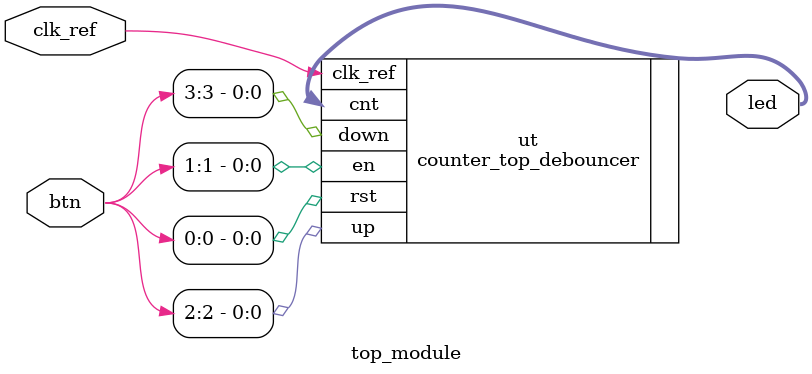
<source format=v>
`timescale 1ns / 1ps

module top_module(
    input   wire clk_ref,     // ±âÁØ Å¬·° ÀÔ·Â
    input   wire [3:0] btn,   // 4ºñÆ® ¹öÆ° ÀÔ·Â
    output  wire [3:0] led    // 4ºñÆ® LED Ãâ·Â
    );

    // counter_top_debouncer ¸ðµâ ÀÎ½ºÅÏ½ºÈ­
    counter_top_debouncer ut(
        .clk_ref(clk_ref),    // ±âÁØ Å¬·°À» ¸ðµâ¿¡ ¿¬°á
        .rst(btn[0]),         // ¹öÆ° 0À» ¸®¼Â ½ÅÈ£·Î »ç¿ë
        .en(btn[1]),          // ¹öÆ° 1À» Ä«¿îÅÍ È°¼ºÈ­ ½ÅÈ£·Î »ç¿ë
        .up(btn[2]),          // ¹öÆ° 2·Î Ä«¿îÅÍ Áõ°¡
        .down(btn[3]),        // ¹öÆ° 3À¸·Î Ä«¿îÅÍ °¨¼Ò
        .cnt(led)             // 4ºñÆ® Ä«¿îÅÍ Ãâ·ÂÀ» LED¿¡ ¿¬°á
    );
endmodule


</source>
